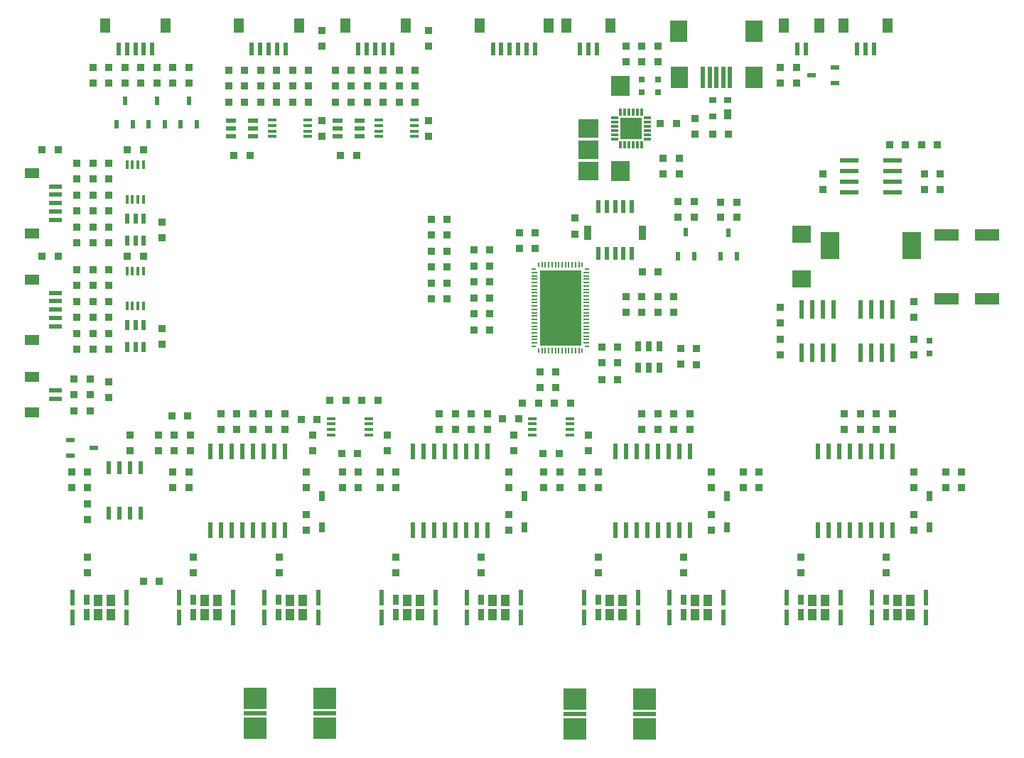
<source format=gbr>
G04 EAGLE Gerber RS-274X export*
G75*
%MOMM*%
%FSLAX34Y34*%
%LPD*%
%INSolderpaste Top*%
%IPPOS*%
%AMOC8*
5,1,8,0,0,1.08239X$1,22.5*%
G01*
%ADD10R,0.900000X0.900000*%
%ADD11R,3.000000X1.400000*%
%ADD12R,0.700000X1.200000*%
%ADD13R,0.600000X1.100000*%
%ADD14R,1.100000X0.600000*%
%ADD15R,0.900000X0.800000*%
%ADD16R,0.900000X1.200000*%
%ADD17R,2.200000X2.000000*%
%ADD18R,0.600000X1.550000*%
%ADD19R,1.200000X1.800000*%
%ADD20R,1.550000X0.600000*%
%ADD21R,1.800000X1.200000*%
%ADD22R,2.300000X3.200000*%
%ADD23R,0.650000X1.150000*%
%ADD24R,0.650000X1.350000*%
%ADD25R,1.000000X1.350000*%
%ADD26R,0.600000X1.900000*%
%ADD27R,2.700000X2.592000*%
%ADD28R,2.700000X0.508000*%
%ADD29R,2.000000X2.500000*%
%ADD30R,0.500000X2.500000*%
%ADD31R,5.000000X9.000000*%
%ADD32R,0.225000X0.600000*%
%ADD33R,0.225000X0.700000*%
%ADD34R,0.600000X0.225000*%
%ADD35R,0.700000X0.225000*%
%ADD36R,0.640000X1.300000*%
%ADD37R,0.450000X1.000000*%
%ADD38R,1.000000X0.450000*%
%ADD39R,0.600000X2.200000*%
%ADD40R,2.200000X0.600000*%
%ADD41R,0.800000X0.800000*%
%ADD42R,0.600000X1.600000*%
%ADD43R,0.850000X1.800000*%
%ADD44R,1.200000X0.550000*%
%ADD45R,0.550000X1.200000*%
%ADD46R,1.100000X0.400000*%
%ADD47R,2.550000X2.550000*%
%ADD48R,0.300000X0.850000*%
%ADD49R,0.850000X0.300000*%
%ADD50R,2.235200X2.489200*%
%ADD51R,2.489200X2.235200*%


D10*
X640690Y573405D03*
X621690Y573405D03*
X695350Y584200D03*
X714350Y584200D03*
X361950Y962050D03*
X361950Y981050D03*
X361950Y873100D03*
X361950Y854100D03*
X201905Y520700D03*
X182905Y520700D03*
X107950Y561950D03*
X107950Y542950D03*
X184150Y917600D03*
X184150Y936600D03*
X127000Y917600D03*
X127000Y936600D03*
X88900Y917600D03*
X88900Y936600D03*
X203200Y936600D03*
X203200Y917600D03*
X695350Y603250D03*
X714350Y603250D03*
X561950Y642620D03*
X542950Y642620D03*
X742950Y644550D03*
X742950Y663550D03*
X908050Y631850D03*
X908050Y650850D03*
X908050Y612750D03*
X908050Y593750D03*
D11*
X1106300Y736600D03*
X1154300Y736600D03*
D10*
X723900Y644550D03*
X723900Y663550D03*
D11*
X1154300Y660400D03*
X1106300Y660400D03*
D10*
X958850Y809600D03*
X958850Y790600D03*
X723900Y943000D03*
X723900Y962000D03*
X787400Y828650D03*
X787400Y809650D03*
X596900Y720750D03*
X596900Y739750D03*
X768350Y828650D03*
X768350Y809650D03*
X789305Y582320D03*
X789305Y601320D03*
X342900Y384200D03*
X342900Y403200D03*
X584200Y384200D03*
X584200Y403200D03*
X1066800Y657200D03*
X1066800Y638200D03*
X825500Y384200D03*
X825500Y403200D03*
X1066800Y384200D03*
X1066800Y403200D03*
X743610Y692785D03*
X762610Y692785D03*
X260350Y504850D03*
X260350Y523850D03*
X450215Y454000D03*
X450215Y435000D03*
X431165Y454000D03*
X431165Y435000D03*
X279400Y504850D03*
X279400Y523850D03*
X501650Y504850D03*
X501650Y523850D03*
X690880Y454000D03*
X690880Y435000D03*
X671830Y454000D03*
X671830Y435000D03*
X663575Y737895D03*
X663575Y756895D03*
X520700Y504850D03*
X520700Y523850D03*
X762000Y504850D03*
X762000Y523850D03*
X863600Y454000D03*
X863600Y435000D03*
X882650Y454000D03*
X882650Y435000D03*
X742950Y504850D03*
X742950Y523850D03*
X984250Y504850D03*
X984250Y523850D03*
X1104900Y454000D03*
X1104900Y435000D03*
X1123950Y454000D03*
X1123950Y435000D03*
X1003300Y504850D03*
X1003300Y523850D03*
X356210Y516890D03*
X337210Y516890D03*
X596240Y517525D03*
X577240Y517525D03*
X409600Y539750D03*
X428600Y539750D03*
X640690Y554990D03*
X621690Y554990D03*
X638835Y535940D03*
X657835Y535940D03*
X82550Y435000D03*
X82550Y454000D03*
X107950Y822300D03*
X107950Y803300D03*
X107950Y784200D03*
X107950Y765200D03*
X615950Y720750D03*
X615950Y739750D03*
X107950Y727100D03*
X107950Y746100D03*
X171450Y752450D03*
X171450Y733450D03*
X473050Y895350D03*
X454050Y895350D03*
X434950Y895350D03*
X415950Y895350D03*
X377850Y895350D03*
X396850Y895350D03*
X403200Y831850D03*
X384200Y831850D03*
X107950Y695300D03*
X107950Y676300D03*
X107950Y657200D03*
X107950Y638200D03*
X107950Y600100D03*
X107950Y619100D03*
X47600Y711200D03*
X28600Y711200D03*
X561950Y623570D03*
X542950Y623570D03*
X47600Y838200D03*
X28600Y838200D03*
X488950Y962050D03*
X488950Y981050D03*
X488950Y873100D03*
X488950Y854100D03*
X171450Y625450D03*
X171450Y606450D03*
X130200Y711200D03*
X149200Y711200D03*
X130200Y838200D03*
X149200Y838200D03*
X346050Y895350D03*
X327050Y895350D03*
X307950Y895350D03*
X288950Y895350D03*
X250850Y895350D03*
X269850Y895350D03*
X276200Y831850D03*
X257200Y831850D03*
D12*
X361950Y387900D03*
X361950Y424900D03*
D13*
X193700Y868650D03*
X212700Y868650D03*
X203200Y896650D03*
X155600Y868650D03*
X174600Y868650D03*
X165100Y896650D03*
X117500Y868650D03*
X136500Y868650D03*
X127000Y896650D03*
X786155Y711805D03*
X805155Y711805D03*
X795655Y739805D03*
D14*
X972850Y917600D03*
X972850Y936600D03*
X944850Y927100D03*
D12*
X603250Y387900D03*
X603250Y424900D03*
X844550Y387900D03*
X844550Y424900D03*
X1085850Y387900D03*
X1085850Y424900D03*
D15*
X827185Y878620D03*
X827185Y897620D03*
X845185Y897620D03*
D16*
X845185Y880620D03*
D17*
X933450Y737700D03*
X933450Y684700D03*
D14*
X62200Y492100D03*
X62200Y473100D03*
X90200Y482600D03*
D13*
X836955Y711170D03*
X855955Y711170D03*
X846455Y739170D03*
D18*
X159700Y958650D03*
X149700Y958650D03*
X139700Y958650D03*
X129700Y958650D03*
X119700Y958650D03*
D19*
X175700Y986900D03*
X103700Y986900D03*
D18*
X1019650Y958650D03*
X1009650Y958650D03*
X999650Y958650D03*
D19*
X1035650Y986900D03*
X983650Y986900D03*
D18*
X938450Y958650D03*
X928450Y958650D03*
D19*
X954450Y986900D03*
X912450Y986900D03*
D20*
X44650Y794700D03*
X44650Y784700D03*
X44650Y774700D03*
X44650Y764700D03*
X44650Y754700D03*
D21*
X16400Y810700D03*
X16400Y738700D03*
D18*
X445450Y958650D03*
X435450Y958650D03*
X425450Y958650D03*
X415450Y958650D03*
X405450Y958650D03*
D19*
X461450Y986900D03*
X389450Y986900D03*
D20*
X44650Y667700D03*
X44650Y657700D03*
X44650Y647700D03*
X44650Y637700D03*
X44650Y627700D03*
D21*
X16400Y683700D03*
X16400Y611700D03*
D18*
X318450Y958650D03*
X308450Y958650D03*
X298450Y958650D03*
X288450Y958650D03*
X278450Y958650D03*
D19*
X334450Y986900D03*
X262450Y986900D03*
D20*
X44650Y551100D03*
X44650Y541100D03*
D21*
X16400Y567100D03*
X16400Y525100D03*
D22*
X967500Y723900D03*
X1064500Y723900D03*
D23*
X310100Y301600D03*
D24*
X310100Y283600D03*
D25*
X323850Y300600D03*
X323850Y283600D03*
X339350Y300600D03*
X339350Y283600D03*
D26*
X357600Y303850D03*
X357600Y280350D03*
X293600Y303850D03*
X293600Y280350D03*
D23*
X208500Y301600D03*
D24*
X208500Y283600D03*
D25*
X222250Y300600D03*
X222250Y283600D03*
X237750Y300600D03*
X237750Y283600D03*
D26*
X256000Y303850D03*
X256000Y280350D03*
X192000Y303850D03*
X192000Y280350D03*
D23*
X551400Y301600D03*
D24*
X551400Y283600D03*
D25*
X565150Y300600D03*
X565150Y283600D03*
X580650Y300600D03*
X580650Y283600D03*
D26*
X598900Y303850D03*
X598900Y280350D03*
X534900Y303850D03*
X534900Y280350D03*
D23*
X449800Y301600D03*
D24*
X449800Y283600D03*
D25*
X463550Y300600D03*
X463550Y283600D03*
X479050Y300600D03*
X479050Y283600D03*
D26*
X497300Y303850D03*
X497300Y280350D03*
X433300Y303850D03*
X433300Y280350D03*
D23*
X792700Y301600D03*
D24*
X792700Y283600D03*
D25*
X806450Y300600D03*
X806450Y283600D03*
X821950Y300600D03*
X821950Y283600D03*
D26*
X840200Y303850D03*
X840200Y280350D03*
X776200Y303850D03*
X776200Y280350D03*
D23*
X691100Y301600D03*
D24*
X691100Y283600D03*
D25*
X704850Y300600D03*
X704850Y283600D03*
X720350Y300600D03*
X720350Y283600D03*
D26*
X738600Y303850D03*
X738600Y280350D03*
X674600Y303850D03*
X674600Y280350D03*
D23*
X1034000Y301600D03*
D24*
X1034000Y283600D03*
D25*
X1047750Y300600D03*
X1047750Y283600D03*
X1063250Y300600D03*
X1063250Y283600D03*
D26*
X1081500Y303850D03*
X1081500Y280350D03*
X1017500Y303850D03*
X1017500Y280350D03*
D23*
X932400Y301600D03*
D24*
X932400Y283600D03*
D25*
X946150Y300600D03*
X946150Y283600D03*
X961650Y300600D03*
X961650Y283600D03*
D26*
X979900Y303850D03*
X979900Y280350D03*
X915900Y303850D03*
X915900Y280350D03*
D23*
X81500Y301600D03*
D24*
X81500Y283600D03*
D25*
X95250Y300600D03*
X95250Y283600D03*
X110750Y300600D03*
X110750Y283600D03*
D26*
X129000Y303850D03*
X129000Y280350D03*
X65000Y303850D03*
X65000Y280350D03*
D10*
X311150Y352400D03*
X311150Y333400D03*
D27*
X746350Y147320D03*
X663350Y147320D03*
X746350Y182880D03*
X663350Y182880D03*
D28*
X746350Y165100D03*
X663350Y165100D03*
D10*
X784200Y869950D03*
X765200Y869950D03*
X806450Y875640D03*
X806450Y856640D03*
X827430Y856615D03*
X846430Y856615D03*
X762000Y663550D03*
X762000Y644550D03*
X781050Y663550D03*
X781050Y644550D03*
X317500Y523850D03*
X317500Y504850D03*
X298450Y523850D03*
X298450Y504850D03*
X558800Y523850D03*
X558800Y504850D03*
X208280Y352400D03*
X208280Y333400D03*
X539750Y523850D03*
X539750Y504850D03*
X800100Y523850D03*
X800100Y504850D03*
X781050Y523850D03*
X781050Y504850D03*
X1041400Y523850D03*
X1041400Y504850D03*
X1022350Y523850D03*
X1022350Y504850D03*
X808265Y601260D03*
X808265Y582260D03*
X241300Y504850D03*
X241300Y523850D03*
X714350Y563880D03*
X695350Y563880D03*
X342900Y454000D03*
X342900Y435000D03*
X584200Y454000D03*
X584200Y435000D03*
X551180Y352400D03*
X551180Y333400D03*
X825500Y454000D03*
X825500Y435000D03*
X1066800Y454000D03*
X1066800Y435000D03*
X561950Y718820D03*
X542950Y718820D03*
X542950Y699770D03*
X561950Y699770D03*
X561950Y680720D03*
X542950Y680720D03*
X542950Y661670D03*
X561950Y661670D03*
X390500Y539750D03*
X371500Y539750D03*
X619735Y535940D03*
X600735Y535940D03*
X82550Y415900D03*
X82550Y396900D03*
X63500Y454000D03*
X63500Y435000D03*
X449580Y352400D03*
X449580Y333400D03*
X836955Y757555D03*
X855955Y757555D03*
X805155Y757555D03*
X786155Y757555D03*
X167005Y498450D03*
X167005Y479450D03*
X85700Y527050D03*
X66700Y527050D03*
X149250Y323850D03*
X168250Y323850D03*
X69850Y803300D03*
X69850Y822300D03*
X69850Y765200D03*
X69850Y784200D03*
X792480Y352400D03*
X792480Y333400D03*
X69850Y746100D03*
X69850Y727100D03*
X454050Y933450D03*
X473050Y933450D03*
X415950Y933450D03*
X434950Y933450D03*
X396850Y933450D03*
X377850Y933450D03*
X69850Y676300D03*
X69850Y695300D03*
X1076350Y844550D03*
X1095350Y844550D03*
X1038250Y844550D03*
X1057250Y844550D03*
X69850Y638200D03*
X69850Y657200D03*
X1079500Y809600D03*
X1079500Y790600D03*
X1098550Y790600D03*
X1098550Y809600D03*
X690880Y352400D03*
X690880Y333400D03*
X69850Y619100D03*
X69850Y600100D03*
X88900Y676300D03*
X88900Y695300D03*
X88900Y638200D03*
X88900Y657200D03*
X88900Y619100D03*
X88900Y600100D03*
X454050Y914400D03*
X473050Y914400D03*
X415950Y914400D03*
X434950Y914400D03*
X396850Y914400D03*
X377850Y914400D03*
X88900Y803300D03*
X88900Y822300D03*
X88900Y765200D03*
X88900Y784200D03*
X88900Y746100D03*
X88900Y727100D03*
X1033780Y352400D03*
X1033780Y333400D03*
X327050Y933450D03*
X346050Y933450D03*
X288950Y933450D03*
X307950Y933450D03*
X269850Y933450D03*
X250850Y933450D03*
X327050Y914400D03*
X346050Y914400D03*
X288950Y914400D03*
X307950Y914400D03*
X269850Y914400D03*
X250850Y914400D03*
X205105Y498450D03*
X205105Y479450D03*
X66700Y565150D03*
X85700Y565150D03*
X511150Y660400D03*
X492150Y660400D03*
X492150Y679450D03*
X511150Y679450D03*
X932180Y352400D03*
X932180Y333400D03*
X511150Y698500D03*
X492150Y698500D03*
X492150Y717550D03*
X511150Y717550D03*
X511150Y736600D03*
X492150Y736600D03*
X492150Y755650D03*
X511150Y755650D03*
X165100Y936600D03*
X165100Y917600D03*
X146050Y936600D03*
X146050Y917600D03*
X107950Y936600D03*
X107950Y917600D03*
X82550Y352400D03*
X82550Y333400D03*
X133350Y479450D03*
X133350Y498450D03*
X805155Y776605D03*
X786155Y776605D03*
D27*
X282350Y184150D03*
X365350Y184150D03*
X282350Y148590D03*
X365350Y148590D03*
D28*
X282350Y166370D03*
X365350Y166370D03*
D10*
X836955Y775970D03*
X855955Y775970D03*
X927100Y936600D03*
X927100Y917600D03*
X908050Y936600D03*
X908050Y917600D03*
D29*
X786850Y980000D03*
X876850Y980000D03*
X787850Y925000D03*
X876850Y925000D03*
D30*
X831850Y925000D03*
X839850Y925000D03*
X847850Y925000D03*
X823850Y925000D03*
X815850Y925000D03*
D31*
X646050Y650000D03*
D32*
X672050Y701500D03*
D33*
X668050Y701000D03*
X664050Y701000D03*
X660050Y701000D03*
X656050Y701000D03*
X652050Y701000D03*
X648050Y701000D03*
X644050Y701000D03*
X640050Y701000D03*
X636050Y701000D03*
X632050Y701000D03*
X628050Y701000D03*
X624050Y701000D03*
D32*
X620050Y701500D03*
D34*
X614550Y696000D03*
D35*
X615050Y692000D03*
X615050Y688000D03*
X615050Y684000D03*
X615050Y680000D03*
X615050Y676000D03*
X615050Y672000D03*
X615050Y668000D03*
X615050Y664000D03*
X615050Y660000D03*
X615050Y656000D03*
X615050Y652000D03*
X615050Y648000D03*
X615050Y644000D03*
X615050Y640000D03*
X615050Y636000D03*
X615050Y632000D03*
X615050Y628000D03*
X615050Y624000D03*
X615050Y620000D03*
X615050Y616000D03*
X615050Y612000D03*
X615050Y608000D03*
D34*
X614550Y604000D03*
D32*
X620050Y598500D03*
D33*
X624050Y599000D03*
X628050Y599000D03*
X632050Y599000D03*
X636050Y599000D03*
X640050Y599000D03*
X644050Y599000D03*
X648050Y599000D03*
X652050Y599000D03*
X656050Y599000D03*
X660050Y599000D03*
X664050Y599000D03*
X668050Y599000D03*
D32*
X672050Y598500D03*
D34*
X677550Y604000D03*
D35*
X677050Y608000D03*
X677050Y612000D03*
X677050Y616000D03*
X677050Y620000D03*
X677050Y624000D03*
X677050Y628000D03*
X677050Y632000D03*
X677050Y636000D03*
X677050Y640000D03*
X677050Y644000D03*
X677050Y648000D03*
X677050Y652000D03*
X677050Y656000D03*
X677050Y660000D03*
X677050Y664000D03*
X677050Y668000D03*
X677050Y672000D03*
X677050Y676000D03*
X677050Y680000D03*
X677050Y684000D03*
X677050Y688000D03*
X677050Y692000D03*
D34*
X677550Y696000D03*
D36*
X764315Y604219D03*
X751615Y604219D03*
X738915Y604219D03*
X738915Y578679D03*
X751615Y578679D03*
X764315Y578679D03*
D37*
X129650Y779290D03*
X136150Y779290D03*
X142650Y779290D03*
X149150Y779290D03*
X149150Y820910D03*
X142650Y820910D03*
X136150Y820910D03*
X129650Y820910D03*
D38*
X430040Y873650D03*
X430040Y867150D03*
X430040Y860650D03*
X430040Y854150D03*
X471660Y854150D03*
X471660Y860650D03*
X471660Y867150D03*
X471660Y873650D03*
D37*
X129650Y652290D03*
X136150Y652290D03*
X142650Y652290D03*
X149150Y652290D03*
X149150Y693910D03*
X142650Y693910D03*
X136150Y693910D03*
X129650Y693910D03*
D38*
X303040Y873650D03*
X303040Y867150D03*
X303040Y860650D03*
X303040Y854150D03*
X344660Y854150D03*
X344660Y860650D03*
X344660Y867150D03*
X344660Y873650D03*
D18*
X146050Y458800D03*
X133350Y458800D03*
X120650Y458800D03*
X107950Y458800D03*
X107950Y404800D03*
X120650Y404800D03*
X133350Y404800D03*
X146050Y404800D03*
D39*
X958850Y648300D03*
X958850Y596300D03*
X971550Y648300D03*
X946150Y648300D03*
X933450Y648300D03*
X971550Y596300D03*
X946150Y596300D03*
X933450Y596300D03*
X1028700Y648300D03*
X1028700Y596300D03*
X1041400Y648300D03*
X1016000Y648300D03*
X1003300Y648300D03*
X1041400Y596300D03*
X1016000Y596300D03*
X1003300Y596300D03*
D26*
X317500Y478800D03*
X304800Y478800D03*
X292100Y478800D03*
X279400Y478800D03*
X266700Y478800D03*
X254000Y478800D03*
X241300Y478800D03*
X241300Y384800D03*
X254000Y384800D03*
X266700Y384800D03*
X279400Y384800D03*
X292100Y384800D03*
X304800Y384800D03*
X317500Y384800D03*
X228600Y478800D03*
X228600Y384800D03*
X558800Y478800D03*
X546100Y478800D03*
X533400Y478800D03*
X520700Y478800D03*
X508000Y478800D03*
X495300Y478800D03*
X482600Y478800D03*
X482600Y384800D03*
X495300Y384800D03*
X508000Y384800D03*
X520700Y384800D03*
X533400Y384800D03*
X546100Y384800D03*
X558800Y384800D03*
X469900Y478800D03*
X469900Y384800D03*
X800100Y478800D03*
X787400Y478800D03*
X774700Y478800D03*
X762000Y478800D03*
X749300Y478800D03*
X736600Y478800D03*
X723900Y478800D03*
X723900Y384800D03*
X736600Y384800D03*
X749300Y384800D03*
X762000Y384800D03*
X774700Y384800D03*
X787400Y384800D03*
X800100Y384800D03*
X711200Y478800D03*
X711200Y384800D03*
X1041400Y478800D03*
X1028700Y478800D03*
X1016000Y478800D03*
X1003300Y478800D03*
X990600Y478800D03*
X977900Y478800D03*
X965200Y478800D03*
X965200Y384800D03*
X977900Y384800D03*
X990600Y384800D03*
X1003300Y384800D03*
X1016000Y384800D03*
X1028700Y384800D03*
X1041400Y384800D03*
X952500Y478800D03*
X952500Y384800D03*
D40*
X1042000Y800100D03*
X990000Y800100D03*
X1042000Y787400D03*
X1042000Y812800D03*
X1042000Y825500D03*
X990000Y787400D03*
X990000Y812800D03*
X990000Y825500D03*
D10*
X1066800Y593750D03*
X1066800Y612750D03*
D41*
X1085850Y610750D03*
X1085850Y595750D03*
D42*
X731200Y714950D03*
X731200Y770950D03*
X721200Y714950D03*
X721200Y770950D03*
X711200Y714950D03*
X711200Y770950D03*
X701200Y714950D03*
X701200Y770950D03*
X691200Y714950D03*
X691200Y770950D03*
D43*
X743950Y738950D03*
X678450Y738950D03*
D10*
X184150Y435000D03*
X184150Y454000D03*
X203200Y435000D03*
X203200Y454000D03*
X66700Y546100D03*
X85700Y546100D03*
X186055Y479450D03*
X186055Y498450D03*
D18*
X689450Y958650D03*
X679450Y958650D03*
X669450Y958650D03*
D19*
X705450Y986900D03*
X653450Y986900D03*
D18*
X615550Y958650D03*
X605550Y958650D03*
X595550Y958650D03*
X585550Y958650D03*
X575550Y958650D03*
X565550Y958650D03*
D19*
X631550Y986900D03*
X549550Y986900D03*
D44*
X380700Y873100D03*
X380700Y863600D03*
X380700Y854100D03*
X406700Y854100D03*
X406700Y873100D03*
X406700Y863600D03*
D45*
X130200Y729950D03*
X139700Y729950D03*
X149200Y729950D03*
X149200Y755950D03*
X130200Y755950D03*
X139700Y755950D03*
X130200Y602950D03*
X139700Y602950D03*
X149200Y602950D03*
X149200Y628950D03*
X130200Y628950D03*
X139700Y628950D03*
D44*
X253700Y873100D03*
X253700Y863600D03*
X253700Y854100D03*
X279700Y854100D03*
X279700Y873100D03*
X279700Y863600D03*
D10*
X405130Y435000D03*
X405130Y454000D03*
X386080Y435000D03*
X386080Y454000D03*
X404470Y476250D03*
X385470Y476250D03*
X439420Y498450D03*
X439420Y479450D03*
X350520Y479450D03*
X350520Y498450D03*
X645160Y435000D03*
X645160Y454000D03*
X626110Y435000D03*
X626110Y454000D03*
X644500Y476250D03*
X625500Y476250D03*
X679450Y498450D03*
X679450Y479450D03*
X590550Y479450D03*
X590550Y498450D03*
D46*
X417470Y498250D03*
X417470Y504750D03*
X417470Y511250D03*
X417470Y517750D03*
X372470Y517750D03*
X372470Y511250D03*
X372470Y504750D03*
X372470Y498250D03*
X657500Y498250D03*
X657500Y504750D03*
X657500Y511250D03*
X657500Y517750D03*
X612500Y517750D03*
X612500Y511250D03*
X612500Y504750D03*
X612500Y498250D03*
D41*
X762000Y921900D03*
X762000Y906900D03*
X742950Y921900D03*
X742950Y906900D03*
D10*
X742950Y943000D03*
X742950Y962000D03*
X762000Y943000D03*
X762000Y962000D03*
D47*
X730250Y863600D03*
D48*
X717750Y844100D03*
X722750Y844100D03*
X727750Y844100D03*
X732750Y844100D03*
X737750Y844100D03*
X742750Y844100D03*
D49*
X749750Y851100D03*
X749750Y856100D03*
X749750Y861100D03*
X749750Y866100D03*
X749750Y871100D03*
X749750Y876100D03*
D48*
X742750Y883100D03*
X737750Y883100D03*
X732750Y883100D03*
X727750Y883100D03*
X722750Y883100D03*
X717750Y883100D03*
D49*
X710750Y876100D03*
X710750Y871100D03*
X710750Y866100D03*
X710750Y861100D03*
X710750Y856100D03*
X710750Y851100D03*
D50*
X717550Y914400D03*
D51*
X679450Y812800D03*
X679450Y838200D03*
D50*
X717550Y812800D03*
D51*
X679450Y863600D03*
M02*

</source>
